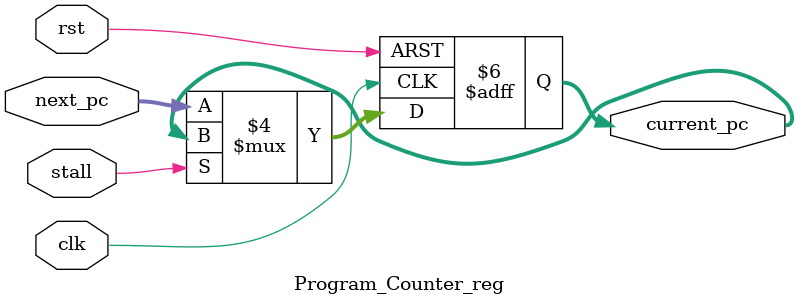
<source format=sv>
module Program_Counter_reg (
    input  logic        clk,
    input  logic        rst,
    input  logic        stall,
    input  logic [31:0] next_pc,
    output logic [31:0] current_pc
);
    always_ff @(posedge clk or posedge rst) begin
        if (rst) begin
            current_pc <= 32'h0;
        end else if (!stall) begin    
            current_pc <= next_pc;
        end else begin
            current_pc <= current_pc;
        end
    end
endmodule

</source>
